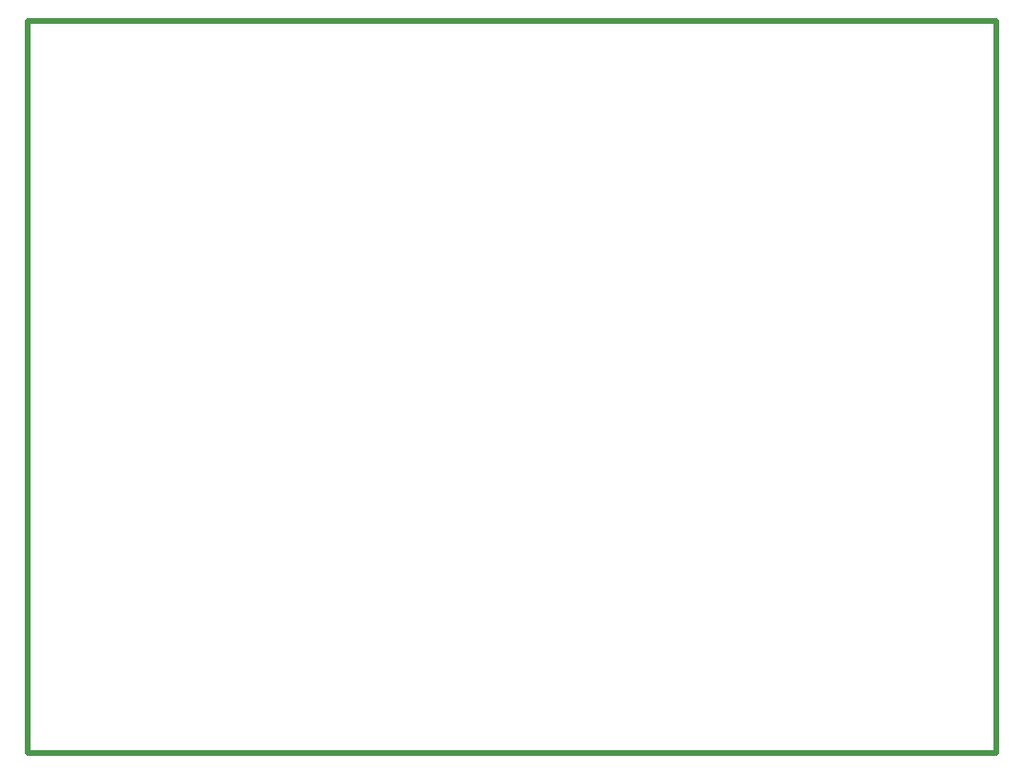
<source format=gbr>
%TF.GenerationSoftware,Novarm,DipTrace,3.3.1.3*%
%TF.CreationDate,2023-12-10T18:24:31+00:00*%
%FSLAX35Y35*%
%MOMM*%
%TF.FileFunction,Profile*%
%TF.Part,Single*%
%ADD11C,0.5*%
G75*
G01*
%LPD*%
X0Y0D2*
D11*
X8600000D1*
Y6500000D1*
X0D1*
Y0D1*
M02*

</source>
